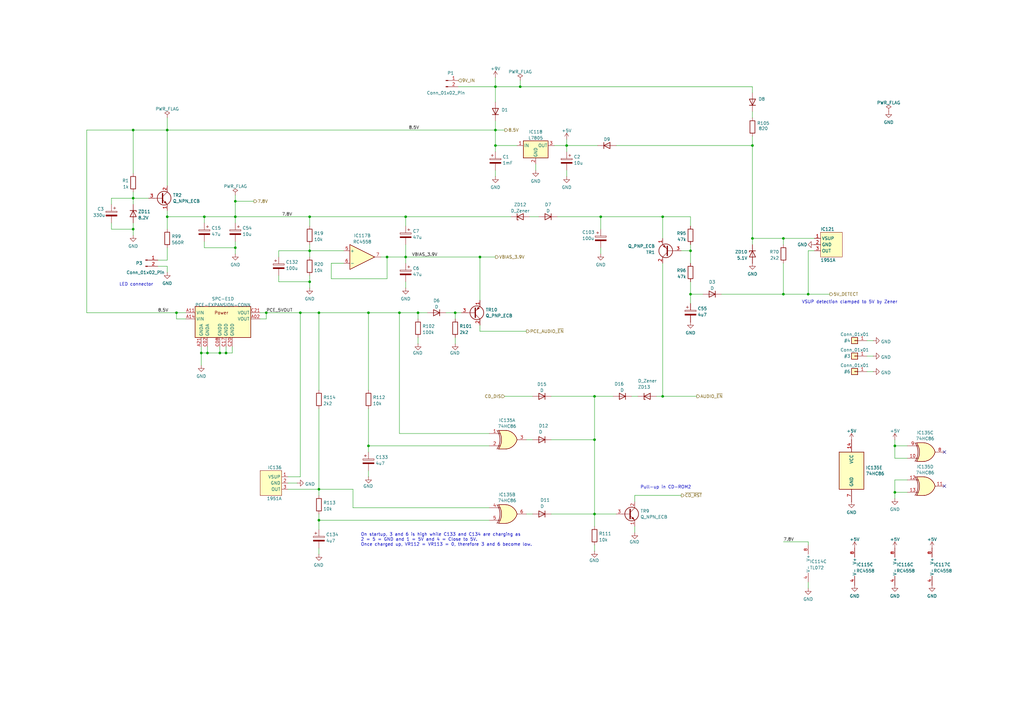
<source format=kicad_sch>
(kicad_sch (version 20250114) (generator "eeschema") (generator_version "9.0")
  (paper "A3")
  (title_block (title "NEC PC-Engine IFU-30 Main PCB") (date "2025-05-12") (rev "0.3") (company "Polykubos") (comment 1 "Author: Regis Galland") (comment 2 "NEC IFU-30 PCB reverse engineered schematics"))
  (lib_symbols
    (symbol "74xx:74HC86" (pin_names (offset 1.016))
      (property "Reference" "U" (at 0 1.27 0))
      (property "Value" "74HC86" (at 0 -1.27 0))
      (symbol "74HC86_1_0"
        (pin input line (at -7.62 2.54 0) (length 4.445) (name "~") (number "1"))
        (pin input line (at -7.62 -2.54 0) (length 4.445) (name "~") (number "2"))
        (pin output line (at 7.62 0 180) (length 3.81) (name "~") (number "3"))
      )
      (symbol "74HC86_2_0"
        (pin input line (at -7.62 2.54 0) (length 4.445) (name "~") (number "4"))
        (pin input line (at -7.62 -2.54 0) (length 4.445) (name "~") (number "5"))
        (pin output line (at 7.62 0 180) (length 3.81) (name "~") (number "6"))
      )
      (symbol "74HC86_3_0"
        (pin input line (at -7.62 2.54 0) (length 4.445) (name "~") (number "9"))
        (pin input line (at -7.62 -2.54 0) (length 4.445) (name "~") (number "10"))
        (pin output line (at 7.62 0 180) (length 3.81) (name "~") (number "8"))
      )
      (symbol "74HC86_4_0"
        (pin input line (at -7.62 2.54 0) (length 4.445) (name "~") (number "12"))
        (pin input line (at -7.62 -2.54 0) (length 4.445) (name "~") (number "13"))
        (pin output line (at 7.62 0 180) (length 3.81) (name "~") (number "11"))
      )
      (symbol "74HC86_5_0"
        (pin power_in line (at 0 12.7 270) (length 5.08) (name "VCC") (number "14"))
        (pin power_in line (at 0 -12.7 90) (length 5.08) (name "GND") (number "7"))
      )
    )
    (symbol "Amplifier_Operational:RC4558" (pin_names (offset 0.127))
      (property "Reference" "U" (at 0 5.08 0))
      (property "Value" "RC4558" (at 0 -5.08 0))
      (symbol "RC4558_1_1"
        (pin input line (at -7.62 2.54 0) (length 2.54) (name "+") (number "3"))
        (pin input line (at -7.62 -2.54 0) (length 2.54) (name "-") (number "2"))
        (pin output line (at 7.62 0 180) (length 2.54) (name "~") (number "1"))
      )
      (symbol "RC4558_2_1"
        (pin input line (at -7.62 2.54 0) (length 2.54) (name "+") (number "5"))
        (pin input line (at -7.62 -2.54 0) (length 2.54) (name "-") (number "6"))
        (pin output line (at 7.62 0 180) (length 2.54) (name "~") (number "7"))
      )
      (symbol "RC4558_3_1"
        (pin power_in line (at -2.54 7.62 270) (length 3.81) (name "V+") (number "8"))
        (pin power_in line (at -2.54 -7.62 90) (length 3.81) (name "V-") (number "4"))
      )
    )
    (symbol "Amplifier_Operational:TL072" (pin_names (offset 0.127))
      (property "Reference" "U" (at 0 5.08 0))
      (property "Value" "TL072" (at 0 -5.08 0))
      (symbol "TL072_1_1"
        (pin input line (at -7.62 2.54 0) (length 2.54) (name "+") (number "3"))
        (pin input line (at -7.62 -2.54 0) (length 2.54) (name "-") (number "2"))
        (pin output line (at 7.62 0 180) (length 2.54) (name "~") (number "1"))
      )
      (symbol "TL072_2_1"
        (pin input line (at -7.62 2.54 0) (length 2.54) (name "+") (number "5"))
        (pin input line (at -7.62 -2.54 0) (length 2.54) (name "-") (number "6"))
        (pin output line (at 7.62 0 180) (length 2.54) (name "~") (number "7"))
      )
      (symbol "TL072_3_1"
        (pin power_in line (at -2.54 7.62 270) (length 3.81) (name "V+") (number "8"))
        (pin power_in line (at -2.54 -7.62 90) (length 3.81) (name "V-") (number "4"))
      )
    )
    (symbol "Connector:Conn_01x02_Pin" (pin_names (offset 1.016) (hide yes))
      (property "Reference" "J" (at 0 2.54 0))
      (property "Value" "Conn_01x02_Pin" (at 0 -5.08 0))
      (symbol "Conn_01x02_Pin_1_1"
        (pin passive line (at 5.08 0 180) (length 3.81) (name "Pin_1") (number "1"))
        (pin passive line (at 5.08 -2.54 180) (length 3.81) (name "Pin_2") (number "2"))
      )
    )
    (symbol "Connector_Generic:Conn_01x01" (pin_names (offset 1.016) (hide yes))
      (property "Reference" "J" (at 0 2.54 0))
      (property "Value" "Conn_01x01" (at 0 -2.54 0))
      (symbol "Conn_01x01_1_1"
        (pin passive line (at -5.08 0 0) (length 3.81) (name "Pin_1") (number "1"))
      )
    )
    (symbol "Device:C_Polarized" (pin_numbers (hide yes)) (pin_names (offset 0.254))
      (property "Reference" "C" (at 0.635 2.54 0))
      (property "Value" "C_Polarized" (at 0.635 -2.54 0))
      (symbol "C_Polarized_1_1"
        (pin passive line (at 0 3.81 270) (length 2.794) (name "~") (number "1"))
        (pin passive line (at 0 -3.81 90) (length 2.794) (name "~") (number "2"))
      )
    )
    (symbol "Device:D" (pin_numbers (hide yes)) (pin_names (offset 1.016) (hide yes))
      (property "Reference" "D" (at 0 2.54 0))
      (property "Value" "D" (at 0 -2.54 0))
      (symbol "D_1_1"
        (pin passive line (at -3.81 0 0) (length 2.54) (name "K") (number "1"))
        (pin passive line (at 3.81 0 180) (length 2.54) (name "A") (number "2"))
      )
    )
    (symbol "Device:D_Zener" (pin_numbers (hide yes)) (pin_names (offset 1.016) (hide yes))
      (property "Reference" "D" (at 0 2.54 0))
      (property "Value" "D_Zener" (at 0 -2.54 0))
      (symbol "D_Zener_1_1"
        (pin passive line (at -3.81 0 0) (length 2.54) (name "K") (number "1"))
        (pin passive line (at 3.81 0 180) (length 2.54) (name "A") (number "2"))
      )
    )
    (symbol "Device:R" (pin_numbers (hide yes)) (pin_names (offset 0))
      (property "Reference" "R" (at 2.032 0 90))
      (property "Value" "R" (at 0 0 90))
      (symbol "R_1_1"
        (pin passive line (at 0 3.81 270) (length 1.27) (name "~") (number "1"))
        (pin passive line (at 0 -3.81 90) (length 1.27) (name "~") (number "2"))
      )
    )
    (symbol "IFU-30:1951A"
      (property "Reference" "IC" (at 3.175 3.81 0))
      (property "Value" "1951A" (at 6.985 -8.89 0))
      (symbol "1951A_1_1"
        (pin passive line (at 0 0 0) (length 2.54) (name "VSUP") (number "1"))
        (pin passive line (at 0 -2.54 0) (length 2.54) (name "GND") (number "2"))
        (pin passive line (at 0 -5.08 0) (length 2.54) (name "OUT") (number "3"))
      )
    )
    (symbol "IFU-30:PCE-EXPANSION-CONN"
      (property "Reference" "SPC-E" (at 7.874 3.81 0))
      (property "Value" "PCE-EXPANSION-CONN" (at 7.874 5.715 0))
      (symbol "PCE-EXPANSION-CONN_1_1"
        (text "Address Bus" (at 10.16 -24.892 900) (effects (font (size 1.27 1.27))))
        (pin passive line (at 0 0 0) (length 3.81) (name "A0") (number "B12"))
        (pin passive line (at 0 -2.54 0) (length 3.81) (name "A1") (number "C13"))
        (pin passive line (at 0 -5.08 0) (length 3.81) (name "A2") (number "B13"))
        (pin passive line (at 0 -7.62 0) (length 3.81) (name "A3") (number "C14"))
        (pin passive line (at 0 -10.16 0) (length 3.81) (name "A4") (number "C15"))
        (pin passive line (at 0 -12.7 0) (length 3.81) (name "A5") (number "B15"))
        (pin passive line (at 0 -15.24 0) (length 3.81) (name "A6") (number "C16"))
        (pin passive line (at 0 -17.78 0) (length 3.81) (name "A7") (number "B16"))
        (pin passive line (at 0 -20.32 0) (length 3.81) (name "A8") (number "B06"))
        (pin passive line (at 0 -22.86 0) (length 3.81) (name "A9") (number "A06"))
        (pin passive line (at 0 -25.4 0) (length 3.81) (name "A10") (number "A07"))
        (pin passive line (at 0 -27.94 0) (length 3.81) (name "A11") (number "C07"))
        (pin passive line (at 0 -30.48 0) (length 3.81) (name "A12") (number "B17"))
        (pin passive line (at 0 -33.02 0) (length 3.81) (name "A13") (number "C06"))
        (pin passive line (at 0 -35.56 0) (length 3.81) (name "A14") (number "A05"))
        (pin passive line (at 0 -38.1 0) (length 3.81) (name "A15") (number "C18"))
        (pin passive line (at 0 -40.64 0) (length 3.81) (name "A16") (number "B18"))
        (pin passive line (at 0 -43.18 0) (length 3.81) (name "A17") (number "C05"))
        (pin passive line (at 0 -45.72 0) (length 3.81) (name "A18") (number "A04"))
        (pin passive line (at 0 -48.26 0) (length 3.81) (name "A19") (number "C19"))
        (pin passive line (at 0 -50.8 0) (length 3.81) (name "A20") (number "B19"))
      )
      (symbol "PCE-EXPANSION-CONN_2_1"
        (pin passive line (at 0 0 0) (length 3.81) (name "SNDL") (number "A01"))
        (pin passive line (at 0 -2.54 0) (length 3.81) (name "SNDIN") (number "B01"))
        (pin passive line (at 0 -5.08 0) (length 3.81) (name "SNDR") (number "C01"))
        (pin passive line (at 0 -7.62 0) (length 3.81) (name "VID") (number "A22"))
      )
      (symbol "PCE-EXPANSION-CONN_3_0"
        (text "Data Bus + Control Signals" (at 10.414 -16.002 900) (effects (font (size 1.27 1.27))))
      )
      (symbol "PCE-EXPANSION-CONN_3_1"
        (pin passive line (at 0 0 0) (length 3.81) (name "WR") (number "B04"))
        (pin passive line (at 0 -2.54 0) (length 3.81) (name "RD") (number "B07"))
        (pin passive line (at 0 -6.35 0) (length 3.81) (name "D0") (number "B08"))
        (pin passive line (at 0 -8.89 0) (length 3.81) (name "D1") (number "A08"))
        (pin passive line (at 0 -11.43 0) (length 3.81) (name "D2") (number "C09"))
        (pin passive line (at 0 -13.97 0) (length 3.81) (name "D3") (number "B09"))
        (pin passive line (at 0 -16.51 0) (length 3.81) (name "D4") (number "C10"))
        (pin passive line (at 0 -19.05 0) (length 3.81) (name "D5") (number "B10"))
        (pin passive line (at 0 -21.59 0) (length 3.81) (name "D6") (number "C11"))
        (pin passive line (at 0 -24.13 0) (length 3.81) (name "D7") (number "C12"))
        (pin passive line (at 0 -30.48 0) (length 3.81) (name "IRQ2") (number "B21"))
        (pin passive line (at 0 -33.02 0) (length 3.81) (name "XB") (number "B02"))
      )
      (symbol "PCE-EXPANSION-CONN_4_0"
        (text "Power" (at 14.605 0 0) (effects (font (size 1.27 1.27))))
      )
      (symbol "PCE-EXPANSION-CONN_4_1"
        (pin passive line (at 0 0 0) (length 3.81) (name "VIN") (number "A11"))
        (pin passive line (at 0 -2.54 0) (length 3.81) (name "VIN") (number "A14"))
        (pin passive line (at 6.35 -13.97 90) (length 3.81) (name "GNDA") (number "A21"))
        (pin passive line (at 8.89 -13.97 90) (length 3.81) (name "GNDA") (number "C02"))
        (pin passive line (at 13.97 -13.97 90) (length 3.81) (name "GNDD") (number "C08"))
        (pin passive line (at 16.51 -13.97 90) (length 3.81) (name "GNDD") (number "C17"))
        (pin passive line (at 19.05 -13.97 90) (length 3.81) (name "GNDD") (number "C20"))
        (pin passive line (at 30.48 0 180) (length 3.81) (name "VOUT") (number "C21"))
        (pin passive line (at 30.48 -2.54 180) (length 3.81) (name "VOUT") (number "A02"))
      )
      (symbol "PCE-EXPANSION-CONN_5_1"
        (text "Unused Conenctions" (at 12.7 -32.385 900) (effects (font (size 1.27 1.27))))
        (pin passive line (at 0 0 0) (length 3.81) (name "CESEL") (number "A03"))
        (pin passive line (at 0 -2.54 0) (length 3.81) (name "SPBG") (number "A12"))
        (pin passive line (at 0 -5.08 0) (length 3.81) (name "VD7") (number "A13"))
        (pin passive line (at 0 -7.62 0) (length 3.81) (name "VD6") (number "B14"))
        (pin passive line (at 0 -10.16 0) (length 3.81) (name "VD5") (number "A15"))
        (pin passive line (at 0 -12.7 0) (length 3.81) (name "VD4") (number "A16"))
        (pin passive line (at 0 -15.24 0) (length 3.81) (name "VD3") (number "A17"))
        (pin passive line (at 0 -17.78 0) (length 3.81) (name "VD2") (number "A18"))
        (pin passive line (at 0 -20.32 0) (length 3.81) (name "VD1") (number "A19"))
        (pin passive line (at 0 -22.86 0) (length 3.81) (name "VD0") (number "A20"))
        (pin passive line (at 0 -25.4 0) (length 3.81) (name "DCK") (number "A09"))
        (pin passive line (at 0 -27.94 0) (length 3.81) (name "VSYNC") (number "A10"))
        (pin passive line (at 0 -30.48 0) (length 3.81) (name "HSYNC") (number "B11"))
        (pin passive line (at 0 -33.02 0) (length 3.81) (name "XCEK") (number "C04"))
        (pin passive line (at 0 -35.56 0) (length 3.81) (name "RDY") (number "B20"))
        (pin passive line (at 0 -43.18 0) (length 3.81) (name "SYNCV") (number "C22"))
        (pin passive line (at 0 -45.72 0) (length 3.81) (name "VIDEOG") (number "B23"))
        (pin passive line (at 0 -48.26 0) (length 3.81) (name "VIDEOB") (number "C23"))
        (pin passive line (at 0 -50.8 0) (length 3.81) (name "VIDEOR") (number "A23"))
        (pin passive line (at 0 -58.42 0) (length 3.81) (name "HSM") (number "B03"))
        (pin passive line (at 0 -60.96 0) (length 3.81) (name "XNMI") (number "B05"))
        (pin passive line (at 0 -63.5 0) (length 3.81) (name "XRESET") (number "B22"))
        (pin passive line (at 0 -66.04 0) (length 3.81) (name "XCARD") (number "C03"))
      )
    )
    (symbol "Regulator_Linear:L7805" (pin_names (offset 0.254))
      (property "Reference" "U" (at -3.81 3.175 0))
      (property "Value" "L7805" (at 0 3.175 0))
      (symbol "L7805_1_1"
        (pin power_in line (at -7.62 0 0) (length 2.54) (name "IN") (number "1"))
        (pin power_in line (at 0 -7.62 90) (length 2.54) (name "GND") (number "2"))
        (pin power_out line (at 7.62 0 180) (length 2.54) (name "OUT") (number "3"))
      )
    )
    (symbol "Transistor_BJT:Q_NPN_ECB" (pin_names (offset 0) (hide yes))
      (property "Reference" "Q" (at 5.08 1.27 0))
      (property "Value" "Q_NPN_ECB" (at 5.08 -1.27 0))
      (symbol "Q_NPN_ECB_1_1"
        (pin input line (at -5.08 0 0) (length 2.54) (name "B") (number "3"))
        (pin passive line (at 2.54 5.08 270) (length 2.54) (name "C") (number "2"))
        (pin passive line (at 2.54 -5.08 90) (length 2.54) (name "E") (number "1"))
      )
    )
    (symbol "Transistor_BJT:Q_PNP_ECB" (pin_names (offset 0) (hide yes))
      (property "Reference" "Q" (at 5.08 1.27 0))
      (property "Value" "Q_PNP_ECB" (at 5.08 -1.27 0))
      (symbol "Q_PNP_ECB_1_1"
        (pin input line (at -5.08 0 0) (length 2.54) (name "B") (number "3"))
        (pin passive line (at 2.54 5.08 270) (length 2.54) (name "C") (number "2"))
        (pin passive line (at 2.54 -5.08 90) (length 2.54) (name "E") (number "1"))
      )
    )
    (symbol "power:+5V" (power) (pin_numbers (hide yes)) (pin_names (offset 0) (hide yes))
      (property "Value" "+5V" (at 0 3.556 0))
      (symbol "+5V_1_1"
        (pin power_in line (at 0 0 90) (length 0) (name "~") (number "1"))
      )
    )
    (symbol "power:+9V" (power) (pin_numbers (hide yes)) (pin_names (offset 0) (hide yes))
      (property "Value" "+9V" (at 0 3.556 0))
      (symbol "+9V_1_1"
        (pin power_in line (at 0 0 90) (length 0) (name "~") (number "1"))
      )
    )
    (symbol "power:GND" (power) (pin_numbers (hide yes)) (pin_names (offset 0) (hide yes))
      (property "Value" "GND" (at 0 -3.81 0))
      (symbol "GND_1_1"
        (pin power_in line (at 0 0 270) (length 0) (name "~") (number "1"))
      )
    )
    (symbol "power:PWR_FLAG" (power) (pin_numbers (hide yes)) (pin_names (offset 0) (hide yes))
      (property "Value" "PWR_FLAG" (at 0 3.81 0))
      (symbol "PWR_FLAG_0_0"
        (pin power_out line (at 0 0 90) (length 0) (name "~") (number "1"))
      )
    )
  )
  (text "LED connector" (at 62.865 117.475 0) (effects (font (size 1.27 1.27)) (justify right bottom)))
  (text "VSUP detection clamped to 5V by Zener" (at 348.488 123.952 0) (effects (font (size 1.27 1.27))))
  (text "On startup, 3 and 6 is high while C133 and C134 are charging as\n2 = 5 = GND and 1 = 5V and 4 = Close to 5V.\nOnce charged up, VR112 = VR113 = 0, therefore 3 and 6 become low. " (at 147.955 224.155 0) (effects (font (size 1.27 1.27)) (justify left bottom)))
  (text "Pull-up in CD-ROM2" (at 273.05 199.898 0) (effects (font (size 1.27 1.27))))
  (junction (at 123.19 128.27))
  (junction (at 283.21 120.65))
  (junction (at 213.36 35.56))
  (junction (at 186.69 128.27))
  (junction (at 85.09 144.78))
  (junction (at 54.61 93.98))
  (junction (at 130.81 200.66))
  (junction (at 243.84 210.82))
  (junction (at 151.13 182.88))
  (junction (at 308.61 97.79))
  (junction (at 203.2 59.69))
  (junction (at 83.82 88.9))
  (junction (at 158.75 105.41))
  (junction (at 203.2 53.34))
  (junction (at 163.83 128.27))
  (junction (at 271.78 162.56))
  (junction (at 127 88.9))
  (junction (at 171.45 128.27))
  (junction (at 109.22 128.27))
  (junction (at 243.84 162.56))
  (junction (at 321.31 97.79))
  (junction (at 96.52 82.55))
  (junction (at 127 102.87))
  (junction (at 283.21 102.87))
  (junction (at 246.38 88.9))
  (junction (at 151.13 128.27))
  (junction (at 82.55 144.78))
  (junction (at 196.85 105.41))
  (junction (at 90.17 144.78))
  (junction (at 271.78 88.9))
  (junction (at 130.81 128.27))
  (junction (at 166.37 88.9))
  (junction (at 331.47 120.65))
  (junction (at 203.2 35.56))
  (junction (at 308.61 59.69))
  (junction (at 232.41 59.69))
  (junction (at 166.37 105.41))
  (junction (at 367.03 201.93))
  (junction (at 68.58 88.9))
  (junction (at 72.39 128.27))
  (junction (at 127 115.57))
  (junction (at 321.31 120.65))
  (junction (at 243.84 180.34))
  (junction (at 92.71 144.78))
  (junction (at 367.03 182.88))
  (junction (at 96.52 88.9))
  (junction (at 54.61 81.28))
  (junction (at 54.61 53.34))
  (junction (at 130.81 213.36))
  (junction (at 68.58 53.34))
  (junction (at 96.52 101.6))
  (no_connect (at 387.35 185.42))
  (no_connect (at 387.35 199.39))
  (wire (pts (xy 83.82 101.6) (xy 83.82 99.06)))
  (wire (pts (xy 232.41 59.69) (xy 232.41 62.23)))
  (wire (pts (xy 367.03 182.88) (xy 367.03 180.34)))
  (wire (pts (xy 372.11 196.85) (xy 367.03 196.85)))
  (wire (pts (xy 166.37 105.41) (xy 166.37 107.95)))
  (wire (pts (xy 166.37 88.9) (xy 209.55 88.9)))
  (wire (pts (xy 83.82 88.9) (xy 96.52 88.9)))
  (wire (pts (xy 163.83 177.8) (xy 200.66 177.8)))
  (wire (pts (xy 68.58 109.22) (xy 64.77 109.22)))
  (wire (pts (xy 213.36 35.56) (xy 308.61 35.56)))
  (wire (pts (xy 163.83 128.27) (xy 171.45 128.27)))
  (wire (pts (xy 127 115.57) (xy 114.3 115.57)))
  (wire (pts (xy 127 100.33) (xy 127 102.87)))
  (wire (pts (xy 127 88.9) (xy 166.37 88.9)))
  (wire (pts (xy 151.13 195.58) (xy 151.13 193.04)))
  (wire (pts (xy 243.84 180.34) (xy 243.84 210.82)))
  (wire (pts (xy 203.2 59.69) (xy 203.2 62.23)))
  (wire (pts (xy 135.89 114.3) (xy 158.75 114.3)))
  (wire (pts (xy 45.72 91.44) (xy 45.72 93.98)))
  (wire (pts (xy 130.81 200.66) (xy 130.81 203.2)))
  (wire (pts (xy 76.2 130.81) (xy 72.39 130.81)))
  (wire (pts (xy 367.03 196.85) (xy 367.03 201.93)))
  (wire (pts (xy 203.2 35.56) (xy 203.2 41.91)))
  (wire (pts (xy 130.81 128.27) (xy 151.13 128.27)))
  (wire (pts (xy 308.61 45.72) (xy 308.61 48.26)))
  (wire (pts (xy 90.17 144.78) (xy 92.71 144.78)))
  (wire (pts (xy 45.72 81.28) (xy 45.72 83.82)))
  (wire (pts (xy 151.13 185.42) (xy 151.13 182.88)))
  (wire (pts (xy 246.38 101.6) (xy 246.38 104.14)))
  (wire (pts (xy 260.35 205.74) (xy 260.35 203.2)))
  (wire (pts (xy 54.61 81.28) (xy 45.72 81.28)))
  (wire (pts (xy 367.03 182.88) (xy 372.11 182.88)))
  (wire (pts (xy 158.75 105.41) (xy 166.37 105.41)))
  (wire (pts (xy 321.31 107.95) (xy 321.31 120.65)))
  (wire (pts (xy 130.81 200.66) (xy 144.78 200.66)))
  (wire (pts (xy 96.52 82.55) (xy 96.52 88.9)))
  (wire (pts (xy 144.78 208.28) (xy 200.66 208.28)))
  (wire (pts (xy 271.78 162.56) (xy 285.75 162.56)))
  (wire (pts (xy 35.56 128.27) (xy 72.39 128.27)))
  (wire (pts (xy 151.13 182.88) (xy 200.66 182.88)))
  (wire (pts (xy 68.58 86.36) (xy 68.58 88.9)))
  (wire (pts (xy 308.61 100.33) (xy 308.61 97.79)))
  (wire (pts (xy 367.03 187.96) (xy 367.03 182.88)))
  (wire (pts (xy 367.03 201.93) (xy 367.03 204.47)))
  (wire (pts (xy 283.21 88.9) (xy 283.21 92.71)))
  (wire (pts (xy 334.01 97.79) (xy 321.31 97.79)))
  (wire (pts (xy 54.61 53.34) (xy 54.61 71.12)))
  (wire (pts (xy 114.3 115.57) (xy 114.3 113.03)))
  (wire (pts (xy 109.22 130.81) (xy 109.22 128.27)))
  (wire (pts (xy 283.21 102.87) (xy 283.21 107.95)))
  (wire (pts (xy 308.61 35.56) (xy 308.61 38.1)))
  (wire (pts (xy 151.13 128.27) (xy 151.13 160.02)))
  (wire (pts (xy 243.84 162.56) (xy 243.84 180.34)))
  (wire (pts (xy 308.61 59.69) (xy 308.61 97.79)))
  (wire (pts (xy 232.41 59.69) (xy 245.11 59.69)))
  (wire (pts (xy 279.4 102.87) (xy 283.21 102.87)))
  (wire (pts (xy 226.06 210.82) (xy 243.84 210.82)))
  (wire (pts (xy 182.88 128.27) (xy 186.69 128.27)))
  (wire (pts (xy 92.71 142.24) (xy 92.71 144.78)))
  (wire (pts (xy 114.3 102.87) (xy 114.3 105.41)))
  (wire (pts (xy 166.37 100.33) (xy 166.37 105.41)))
  (wire (pts (xy 252.73 59.69) (xy 308.61 59.69)))
  (wire (pts (xy 331.47 102.87) (xy 334.01 102.87)))
  (wire (pts (xy 96.52 99.06) (xy 96.52 101.6)))
  (wire (pts (xy 96.52 101.6) (xy 96.52 104.14)))
  (wire (pts (xy 96.52 88.9) (xy 96.52 91.44)))
  (wire (pts (xy 321.31 100.33) (xy 321.31 97.79)))
  (wire (pts (xy 355.6 146.05) (xy 358.14 146.05)))
  (wire (pts (xy 243.84 223.52) (xy 243.84 226.06)))
  (wire (pts (xy 135.89 107.95) (xy 135.89 114.3)))
  (wire (pts (xy 295.91 120.65) (xy 321.31 120.65)))
  (wire (pts (xy 271.78 88.9) (xy 271.78 97.79)))
  (wire (pts (xy 68.58 88.9) (xy 83.82 88.9)))
  (wire (pts (xy 82.55 142.24) (xy 82.55 144.78)))
  (wire (pts (xy 355.6 139.7) (xy 358.14 139.7)))
  (wire (pts (xy 83.82 88.9) (xy 83.82 91.44)))
  (wire (pts (xy 68.58 109.22) (xy 68.58 111.76)))
  (wire (pts (xy 203.2 53.34) (xy 207.01 53.34)))
  (wire (pts (xy 54.61 96.52) (xy 54.61 93.98)))
  (wire (pts (xy 355.6 152.4) (xy 358.14 152.4)))
  (wire (pts (xy 243.84 162.56) (xy 251.46 162.56)))
  (wire (pts (xy 166.37 88.9) (xy 166.37 92.71)))
  (wire (pts (xy 83.82 101.6) (xy 96.52 101.6)))
  (wire (pts (xy 331.47 238.76) (xy 331.47 241.3)))
  (wire (pts (xy 68.58 101.6) (xy 68.58 106.68)))
  (wire (pts (xy 203.2 35.56) (xy 213.36 35.56)))
  (wire (pts (xy 226.06 180.34) (xy 243.84 180.34)))
  (wire (pts (xy 203.2 72.39) (xy 203.2 69.85)))
  (wire (pts (xy 82.55 144.78) (xy 85.09 144.78)))
  (wire (pts (xy 68.58 53.34) (xy 68.58 76.2)))
  (wire (pts (xy 118.11 200.66) (xy 130.81 200.66)))
  (wire (pts (xy 196.85 135.89) (xy 215.9 135.89)))
  (wire (pts (xy 96.52 82.55) (xy 104.14 82.55)))
  (wire (pts (xy 60.96 81.28) (xy 54.61 81.28)))
  (wire (pts (xy 269.24 162.56) (xy 271.78 162.56)))
  (wire (pts (xy 158.75 114.3) (xy 158.75 105.41)))
  (wire (pts (xy 109.22 128.27) (xy 123.19 128.27)))
  (wire (pts (xy 163.83 128.27) (xy 163.83 177.8)))
  (wire (pts (xy 228.6 88.9) (xy 246.38 88.9)))
  (wire (pts (xy 171.45 128.27) (xy 171.45 130.81)))
  (wire (pts (xy 151.13 128.27) (xy 163.83 128.27)))
  (wire (pts (xy 123.19 128.27) (xy 130.81 128.27)))
  (wire (pts (xy 331.47 222.25) (xy 321.31 222.25)))
  (wire (pts (xy 127 102.87) (xy 114.3 102.87)))
  (wire (pts (xy 203.2 35.56) (xy 187.96 35.56)))
  (wire (pts (xy 151.13 167.64) (xy 151.13 182.88)))
  (wire (pts (xy 68.58 48.26) (xy 68.58 53.34)))
  (wire (pts (xy 260.35 215.9) (xy 260.35 218.44)))
  (wire (pts (xy 196.85 123.19) (xy 196.85 105.41)))
  (wire (pts (xy 232.41 69.85) (xy 232.41 72.39)))
  (wire (pts (xy 140.97 102.87) (xy 127 102.87)))
  (wire (pts (xy 271.78 107.95) (xy 271.78 162.56)))
  (wire (pts (xy 308.61 55.88) (xy 308.61 59.69)))
  (wire (pts (xy 171.45 128.27) (xy 175.26 128.27)))
  (wire (pts (xy 367.03 201.93) (xy 372.11 201.93)))
  (wire (pts (xy 271.78 88.9) (xy 283.21 88.9)))
  (wire (pts (xy 54.61 91.44) (xy 54.61 93.98)))
  (wire (pts (xy 130.81 213.36) (xy 200.66 213.36)))
  (wire (pts (xy 130.81 213.36) (xy 130.81 217.17)))
  (wire (pts (xy 166.37 115.57) (xy 166.37 118.11)))
  (wire (pts (xy 96.52 80.01) (xy 96.52 82.55)))
  (wire (pts (xy 203.2 53.34) (xy 203.2 59.69)))
  (wire (pts (xy 196.85 105.41) (xy 203.2 105.41)))
  (wire (pts (xy 232.41 57.15) (xy 232.41 59.69)))
  (wire (pts (xy 54.61 53.34) (xy 35.56 53.34)))
  (wire (pts (xy 127 102.87) (xy 127 105.41)))
  (wire (pts (xy 127 113.03) (xy 127 115.57)))
  (wire (pts (xy 261.62 162.56) (xy 259.08 162.56)))
  (wire (pts (xy 186.69 128.27) (xy 186.69 130.81)))
  (wire (pts (xy 218.44 162.56) (xy 207.01 162.56)))
  (wire (pts (xy 127 118.11) (xy 127 115.57)))
  (wire (pts (xy 321.31 97.79) (xy 308.61 97.79)))
  (wire (pts (xy 123.19 195.58) (xy 123.19 128.27)))
  (wire (pts (xy 54.61 81.28) (xy 54.61 83.82)))
  (wire (pts (xy 243.84 210.82) (xy 252.73 210.82)))
  (wire (pts (xy 331.47 222.25) (xy 331.47 223.52)))
  (wire (pts (xy 140.97 107.95) (xy 135.89 107.95)))
  (wire (pts (xy 203.2 31.75) (xy 203.2 35.56)))
  (wire (pts (xy 90.17 142.24) (xy 90.17 144.78)))
  (wire (pts (xy 271.78 88.9) (xy 246.38 88.9)))
  (wire (pts (xy 96.52 88.9) (xy 127 88.9)))
  (wire (pts (xy 331.47 102.87) (xy 331.47 120.65)))
  (wire (pts (xy 283.21 115.57) (xy 283.21 120.65)))
  (wire (pts (xy 372.11 187.96) (xy 367.03 187.96)))
  (wire (pts (xy 130.81 128.27) (xy 130.81 160.02)))
  (wire (pts (xy 54.61 53.34) (xy 68.58 53.34)))
  (wire (pts (xy 130.81 167.64) (xy 130.81 200.66)))
  (wire (pts (xy 203.2 49.53) (xy 203.2 53.34)))
  (wire (pts (xy 106.68 130.81) (xy 109.22 130.81)))
  (wire (pts (xy 260.35 203.2) (xy 279.4 203.2)))
  (wire (pts (xy 166.37 105.41) (xy 196.85 105.41)))
  (wire (pts (xy 35.56 53.34) (xy 35.56 128.27)))
  (wire (pts (xy 85.09 144.78) (xy 90.17 144.78)))
  (wire (pts (xy 54.61 78.74) (xy 54.61 81.28)))
  (wire (pts (xy 189.23 128.27) (xy 186.69 128.27)))
  (wire (pts (xy 232.41 59.69) (xy 227.33 59.69)))
  (wire (pts (xy 196.85 133.35) (xy 196.85 135.89)))
  (wire (pts (xy 215.9 210.82) (xy 218.44 210.82)))
  (wire (pts (xy 220.98 88.9) (xy 217.17 88.9)))
  (wire (pts (xy 118.11 195.58) (xy 123.19 195.58)))
  (wire (pts (xy 64.77 106.68) (xy 68.58 106.68)))
  (wire (pts (xy 130.81 210.82) (xy 130.81 213.36)))
  (wire (pts (xy 283.21 120.65) (xy 283.21 124.46)))
  (wire (pts (xy 144.78 208.28) (xy 144.78 200.66)))
  (wire (pts (xy 156.21 105.41) (xy 158.75 105.41)))
  (wire (pts (xy 68.58 88.9) (xy 68.58 93.98)))
  (wire (pts (xy 203.2 59.69) (xy 212.09 59.69)))
  (wire (pts (xy 85.09 142.24) (xy 85.09 144.78)))
  (wire (pts (xy 246.38 88.9) (xy 246.38 93.98)))
  (wire (pts (xy 127 88.9) (xy 127 92.71)))
  (wire (pts (xy 72.39 130.81) (xy 72.39 128.27)))
  (wire (pts (xy 243.84 162.56) (xy 226.06 162.56)))
  (wire (pts (xy 215.9 180.34) (xy 218.44 180.34)))
  (wire (pts (xy 171.45 140.97) (xy 171.45 138.43)))
  (wire (pts (xy 130.81 227.33) (xy 130.81 224.79)))
  (wire (pts (xy 331.47 120.65) (xy 321.31 120.65)))
  (wire (pts (xy 186.69 140.97) (xy 186.69 138.43)))
  (wire (pts (xy 331.47 120.65) (xy 340.36 120.65)))
  (wire (pts (xy 283.21 120.65) (xy 288.29 120.65)))
  (wire (pts (xy 213.36 33.02) (xy 213.36 35.56)))
  (wire (pts (xy 283.21 100.33) (xy 283.21 102.87)))
  (wire (pts (xy 92.71 144.78) (xy 95.25 144.78)))
  (wire (pts (xy 72.39 128.27) (xy 76.2 128.27)))
  (wire (pts (xy 219.71 67.31) (xy 219.71 69.85)))
  (wire (pts (xy 106.68 128.27) (xy 109.22 128.27)))
  (wire (pts (xy 118.11 198.12) (xy 121.92 198.12)))
  (wire (pts (xy 95.25 142.24) (xy 95.25 144.78)))
  (wire (pts (xy 68.58 53.34) (xy 203.2 53.34)))
  (wire (pts (xy 45.72 93.98) (xy 54.61 93.98)))
  (wire (pts (xy 243.84 210.82) (xy 243.84 215.9)))
  (wire (pts (xy 82.55 144.78) (xy 82.55 149.86)))
  (label "8.5V" (at 167.64 53.34 0))
  (label "8.5V" (at 64.77 128.27 0))
  (label "7.8V" (at 321.31 222.25 0))
  (label "PCE_5VOUT" (at 109.22 128.27 0))
  (label "VBIAS_3.9V" (at 168.91 105.41 0))
  (label "7.8V" (at 115.57 88.9 0))
  (hierarchical_label "7.8V" (shape output) (at 104.14 82.55 0))
  (hierarchical_label "5V_DETECT" (shape output) (at 340.36 120.65 0))
  (hierarchical_label "AUDIO_~{EN}" (shape output) (at 285.75 162.56 0))
  (hierarchical_label "PCE_AUDIO_~{EN}" (shape output) (at 215.9 135.89 0))
  (hierarchical_label "8.5V" (shape output) (at 207.01 53.34 0))
  (hierarchical_label "CD_DIS" (shape input) (at 207.01 162.56 180))
  (hierarchical_label "~{CD_RST}" (shape output) (at 279.4 203.2 0))
  (hierarchical_label "9V_IN" (shape input) (at 187.96 33.02 0))
  (hierarchical_label "VBIAS_3.9V" (shape output) (at 203.2 105.41 0))
  (symbol (lib_id "Device:R") (at 130.81 163.83 180) (unit 1)
    (property "Reference" "R114" (at 132.588 162.9953 0) (effects (justify right)))
    (property "Value" "2k2" (at 132.588 165.5322 0) (effects (justify right)))
    (property "Description" "Resistor" (effects (hide yes)))
  )
  (symbol (lib_id "Device:R") (at 127 109.22 0) (unit 1)
    (property "Reference" "R20" (at 128.778 108.3853 0) (effects (justify left)))
    (property "Value" "10k" (at 128.778 110.9222 0) (effects (justify left)))
    (property "Description" "Resistor" (effects (hide yes)))
  )
  (symbol (lib_id "Device:D") (at 224.79 88.9 0) (mirror y) (unit 1)
    (property "Reference" "D7" (at 224.79 83.9302 0))
    (property "Value" "D" (at 224.79 86.4671 0))
    (property "Description" "Diode" (effects (hide yes)))
    (property "Sim.Device" "D" (effects (hide yes)))
    (property "Sim.Pins" "1=K 2=A" (effects (hide yes)))
  )
  (symbol (lib_id "Device:C_Polarized") (at 246.38 97.79 0) (unit 1)
    (property "Reference" "C103" (at 238.76 95.25 0) (effects (justify left)))
    (property "Value" "100u" (at 238.76 97.7869 0) (effects (justify left)))
    (property "Description" "Polarized capacitor" (effects (hide yes)))
  )
  (symbol (lib_id "Device:R") (at 171.45 134.62 180) (unit 1)
    (property "Reference" "R102" (at 173.228 133.7853 0) (effects (justify right)))
    (property "Value" "100k" (at 173.228 136.3222 0) (effects (justify right)))
    (property "Description" "Resistor" (effects (hide yes)))
  )
  (symbol (lib_id "IFU-30:PCE-EXPANSION-CONN") (at 76.2 128.27 0) (unit 4)
    (property "Reference" "SPC-E1" (at 91.44 122.5581 0))
    (property "Value" "PCE-EXPANSION-CONN" (at 91.44 125.095 0))
    (property "Footprint" "IFU-30:PinSocket_3x23_P2.54mm_Horizontal" (effects (hide yes)))
  )
  (symbol (lib_id "power:GND") (at 243.84 226.06 0) (unit 1)
    (property "Reference" "#PWR0189" (effects (hide yes)))
    (property "Value" "GND" (at 245.745 229.87 0) (effects (justify right)))
    (property "Description" "Power symbol creates a global label with name \"GND\" , ground" (effects (hide yes)))
  )
  (symbol (lib_id "Connector_Generic:Conn_01x01") (at 350.52 139.7 180) (unit 1)
    (property "Reference" "#4" (at 347.472 139.7 0))
    (property "Value" "Conn_01x01" (at 350.52 137.16 0))
    (property "Description" "Generic connector, single row, 01x01, script generated (kicad-library-utils/schlib/autogen/connector/)" (effects (hide yes)))
  )
  (symbol (lib_id "Amplifier_Operational:RC4558") (at 353.06 232.41 0) (unit 3)
    (property "Reference" "IC115" (at 351.155 231.5753 0) (effects (justify left)))
    (property "Value" "RC4558" (at 351.155 234.1122 0) (effects (justify left)))
    (property "Datasheet" "http://www.ti.com/lit/ds/symlink/rc4558.pdf" (effects (hide yes)))
    (property "Description" "Dual General Purpose, Operational Amplifier, DIP-8/SOIC-8/SSOP-8" (effects (hide yes)))
  )
  (symbol (lib_id "Device:R") (at 283.21 111.76 0) (mirror y) (unit 1)
    (property "Reference" "R96" (at 281.432 110.9253 0) (effects (justify left)))
    (property "Value" "47k" (at 281.432 113.4622 0) (effects (justify left)))
    (property "Description" "Resistor" (effects (hide yes)))
  )
  (symbol (lib_id "power:GND") (at 96.52 104.14 0) (unit 1)
    (property "Reference" "#PWR0167" (effects (hide yes)))
    (property "Value" "GND" (at 96.52 108.5834 0))
    (property "Description" "Power symbol creates a global label with name \"GND\" , ground" (effects (hide yes)))
  )
  (symbol (lib_id "power:GND") (at 364.49 45.72 0) (unit 1)
    (property "Reference" "#PWR0224" (effects (hide yes)))
    (property "Value" "GND" (at 364.49 50.1634 0))
    (property "Description" "Power symbol creates a global label with name \"GND\" , ground" (effects (hide yes)))
  )
  (symbol (lib_id "power:GND") (at 358.14 146.05 90) (unit 1)
    (property "Reference" "#PWR0181" (effects (hide yes)))
    (property "Value" "GND" (at 361.315 146.4838 90) (effects (justify right)))
    (property "Description" "Power symbol creates a global label with name \"GND\" , ground" (effects (hide yes)))
  )
  (symbol (lib_id "Device:R") (at 283.21 96.52 0) (mirror x) (unit 1)
    (property "Reference" "R95" (at 281.432 95.6853 0) (effects (justify right)))
    (property "Value" "47k" (at 281.432 98.2222 0) (effects (justify right)))
    (property "Description" "Resistor" (effects (hide yes)))
  )
  (symbol (lib_id "Device:C_Polarized") (at 203.2 66.04 0) (unit 1)
    (property "Reference" "C1" (at 206.121 64.3163 0) (effects (justify left)))
    (property "Value" "1mF" (at 206.121 66.8532 0) (effects (justify left)))
    (property "Description" "Polarized capacitor" (effects (hide yes)))
  )
  (symbol (lib_id "Device:R") (at 243.84 219.71 180) (unit 1)
    (property "Reference" "R111" (at 245.618 218.8753 0) (effects (justify right)))
    (property "Value" "10k" (at 245.618 221.4122 0) (effects (justify right)))
    (property "Description" "Resistor" (effects (hide yes)))
  )
  (symbol (lib_id "power:GND") (at 283.21 132.08 0) (unit 1)
    (property "Reference" "#PWR0192" (effects (hide yes)))
    (property "Value" "GND" (at 283.21 136.5234 0))
    (property "Description" "Power symbol creates a global label with name \"GND\" , ground" (effects (hide yes)))
  )
  (symbol (lib_id "Transistor_BJT:Q_PNP_ECB") (at 274.32 102.87 180) (unit 1)
    (property "Reference" "TR1" (at 268.605 103.5019 0) (effects (justify left)))
    (property "Value" "Q_PNP_ECB" (at 268.605 100.965 0) (effects (justify left)))
    (property "Description" "PNP transistor, emitter/collector/base" (effects (hide yes)))
  )
  (symbol (lib_id "power:GND") (at 246.38 104.14 0) (unit 1)
    (property "Reference" "#PWR0169" (effects (hide yes)))
    (property "Value" "GND" (at 246.38 108.5834 0))
    (property "Description" "Power symbol creates a global label with name \"GND\" , ground" (effects (hide yes)))
  )
  (symbol (lib_id "Device:C_Polarized") (at 96.52 95.25 0) (mirror y) (unit 1)
    (property "Reference" "C54" (at 99.441 93.5263 0) (effects (justify right)))
    (property "Value" "10u" (at 99.441 96.0632 0) (effects (justify right)))
    (property "Description" "Polarized capacitor" (effects (hide yes)))
  )
  (symbol (lib_id "74xx:74HC86") (at 379.73 199.39 0) (unit 4)
    (property "Reference" "IC135" (at 379.4252 191.4355 0))
    (property "Value" "74HC86" (at 379.4252 193.8598 0))
    (property "Datasheet" "http://www.ti.com/lit/gpn/sn74HC86" (effects (hide yes)))
    (property "Description" "Quad 2-input XOR" (effects (hide yes)))
  )
  (symbol (lib_id "power:+5V") (at 349.25 180.34 0) (unit 1)
    (property "Reference" "#PWR0182" (effects (hide yes)))
    (property "Value" "+5V" (at 349.25 176.7642 0))
    (property "Description" "Power symbol creates a global label with name \"+5V\"" (effects (hide yes)))
  )
  (symbol (lib_id "power:GND") (at 130.81 227.33 0) (unit 1)
    (property "Reference" "#PWR0164" (effects (hide yes)))
    (property "Value" "GND" (at 132.715 231.775 0) (effects (justify right)))
    (property "Description" "Power symbol creates a global label with name \"GND\" , ground" (effects (hide yes)))
  )
  (symbol (lib_id "Device:R") (at 186.69 134.62 180) (unit 1)
    (property "Reference" "R101" (at 188.468 133.7853 0) (effects (justify right)))
    (property "Value" "2k2" (at 188.468 136.3222 0) (effects (justify right)))
    (property "Description" "Resistor" (effects (hide yes)))
  )
  (symbol (lib_id "Device:D") (at 179.07 128.27 180) (unit 1)
    (property "Reference" "D6" (at 179.07 123.3002 0))
    (property "Value" "D" (at 179.07 125.8371 0))
    (property "Description" "Diode" (effects (hide yes)))
    (property "Sim.Device" "D" (effects (hide yes)))
    (property "Sim.Pins" "1=K 2=A" (effects (hide yes)))
  )
  (symbol (lib_id "Device:C_Polarized") (at 45.72 87.63 0) (mirror y) (unit 1)
    (property "Reference" "C3" (at 41.275 85.725 0))
    (property "Value" "330u" (at 40.64 88.265 0))
    (property "Description" "Polarized capacitor" (effects (hide yes)))
  )
  (symbol (lib_id "Connector_Generic:Conn_01x01") (at 350.52 146.05 180) (unit 1)
    (property "Reference" "#3" (at 347.472 146.05 0))
    (property "Value" "Conn_01x01" (at 350.52 143.51 0))
    (property "Description" "Generic connector, single row, 01x01, script generated (kicad-library-utils/schlib/autogen/connector/)" (effects (hide yes)))
  )
  (symbol (lib_id "IFU-30:1951A") (at 118.11 195.58 0) (mirror y) (unit 1)
    (property "Reference" "IC136" (at 115.57 191.77 0) (effects (justify left)))
    (property "Value" "1951A" (at 115.57 204.47 0) (effects (justify left)))
  )
  (symbol (lib_id "power:GND") (at 203.2 72.39 0) (unit 1)
    (property "Reference" "#PWR0170" (effects (hide yes)))
    (property "Value" "GND" (at 203.2 76.8334 0))
    (property "Description" "Power symbol creates a global label with name \"GND\" , ground" (effects (hide yes)))
  )
  (symbol (lib_id "Device:R") (at 308.61 52.07 0) (mirror x) (unit 1)
    (property "Reference" "R105" (at 313.055 50.5292 0))
    (property "Value" "820" (at 313.055 52.705 0))
    (property "Description" "Resistor" (effects (hide yes)))
  )
  (symbol (lib_id "power:GND") (at 121.92 198.12 90) (unit 1)
    (property "Reference" "#PWR0160" (effects (hide yes)))
    (property "Value" "GND" (at 125.095 198.5538 90) (effects (justify right)))
    (property "Description" "Power symbol creates a global label with name \"GND\" , ground" (effects (hide yes)))
  )
  (symbol (lib_id "Amplifier_Operational:RC4558") (at 384.81 232.41 0) (unit 3)
    (property "Reference" "IC117" (at 382.905 231.5753 0) (effects (justify left)))
    (property "Value" "RC4558" (at 382.905 234.1122 0) (effects (justify left)))
    (property "Datasheet" "http://www.ti.com/lit/ds/symlink/rc4558.pdf" (effects (hide yes)))
    (property "Description" "Dual General Purpose, Operational Amplifier, DIP-8/SOIC-8/SSOP-8" (effects (hide yes)))
  )
  (symbol (lib_id "power:GND") (at 367.03 204.47 0) (unit 1)
    (property "Reference" "#PWR0188" (effects (hide yes)))
    (property "Value" "GND" (at 367.03 208.9134 0))
    (property "Description" "Power symbol creates a global label with name \"GND\" , ground" (effects (hide yes)))
  )
  (symbol (lib_id "Transistor_BJT:Q_NPN_ECB") (at 66.04 81.28 0) (unit 1)
    (property "Reference" "TR2" (at 70.8914 80.0678 0) (effects (justify left)))
    (property "Value" "Q_NPN_ECB" (at 70.8914 82.4921 0) (effects (justify left)))
    (property "Description" "NPN transistor, emitter/collector/base" (effects (hide yes)))
  )
  (symbol (lib_id "power:GND") (at 171.45 140.97 0) (unit 1)
    (property "Reference" "#PWR0161" (effects (hide yes)))
    (property "Value" "GND" (at 173.355 144.78 0) (effects (justify right)))
    (property "Description" "Power symbol creates a global label with name \"GND\" , ground" (effects (hide yes)))
  )
  (symbol (lib_id "Device:C_Polarized") (at 130.81 220.98 0) (unit 1)
    (property "Reference" "C134" (at 133.731 219.2563 0) (effects (justify left)))
    (property "Value" "4u7" (at 133.731 221.7932 0) (effects (justify left)))
    (property "Description" "Polarized capacitor" (effects (hide yes)))
  )
  (symbol (lib_id "power:+5V") (at 232.41 57.15 0) (mirror y) (unit 1)
    (property "Reference" "#PWR0175" (effects (hide yes)))
    (property "Value" "+5V" (at 232.41 53.5742 0))
    (property "Description" "Power symbol creates a global label with name \"+5V\"" (effects (hide yes)))
  )
  (symbol (lib_id "Device:C_Polarized") (at 166.37 96.52 0) (mirror y) (unit 1)
    (property "Reference" "C7" (at 169.291 94.7963 0) (effects (justify right)))
    (property "Value" "47u" (at 169.291 97.3332 0) (effects (justify right)))
    (property "Description" "Polarized capacitor" (effects (hide yes)))
  )
  (symbol (lib_id "power:GND") (at 219.71 69.85 0) (mirror y) (unit 1)
    (property "Reference" "#PWR0174" (effects (hide yes)))
    (property "Value" "GND" (at 219.71 74.2934 0))
    (property "Description" "Power symbol creates a global label with name \"GND\" , ground" (effects (hide yes)))
  )
  (symbol (lib_id "Amplifier_Operational:TL072") (at 334.01 231.14 0) (unit 3)
    (property "Reference" "IC114" (at 332.105 230.3053 0) (effects (justify left)))
    (property "Value" "TL072" (at 332.105 232.8422 0) (effects (justify left)))
    (property "Datasheet" "http://www.ti.com/lit/ds/symlink/tl071.pdf" (effects (hide yes)))
    (property "Description" "Dual Low-Noise JFET-Input Operational Amplifiers, DIP-8/SOIC-8" (effects (hide yes)))
  )
  (symbol (lib_id "74xx:74HC86") (at 208.28 210.82 0) (unit 2)
    (property "Reference" "IC135" (at 207.9752 202.8655 0))
    (property "Value" "74HC86" (at 207.9752 205.2898 0))
    (property "Datasheet" "http://www.ti.com/lit/gpn/sn74HC86" (effects (hide yes)))
    (property "Description" "Quad 2-input XOR" (effects (hide yes)))
  )
  (symbol (lib_id "power:GND") (at 308.61 107.95 0) (mirror y) (unit 1)
    (property "Reference" "#PWR0172" (effects (hide yes)))
    (property "Value" "GND" (at 308.61 112.3934 0))
    (property "Description" "Power symbol creates a global label with name \"GND\" , ground" (effects (hide yes)))
  )
  (symbol (lib_id "Device:D_Zener") (at 265.43 162.56 0) (mirror x) (unit 1)
    (property "Reference" "ZD13" (at 261.62 158.75 0) (effects (justify left)))
    (property "Value" "D_Zener" (at 261.62 156.2131 0) (effects (justify left)))
    (property "Description" "Zener diode" (effects (hide yes)))
  )
  (symbol (lib_id "Device:R") (at 321.31 104.14 0) (mirror x) (unit 1)
    (property "Reference" "R70" (at 319.532 103.3053 0) (effects (justify right)))
    (property "Value" "2k2" (at 319.532 105.8422 0) (effects (justify right)))
    (property "Description" "Resistor" (effects (hide yes)))
  )
  (symbol (lib_id "power:+5V") (at 350.52 224.79 0) (unit 1)
    (property "Reference" "#PWR0186" (effects (hide yes)))
    (property "Value" "+5V" (at 350.52 221.2142 0))
    (property "Description" "Power symbol creates a global label with name \"+5V\"" (effects (hide yes)))
  )
  (symbol (lib_id "Device:D") (at 308.61 41.91 270) (mirror x) (unit 1)
    (property "Reference" "D8" (at 312.42 40.64 90))
    (property "Value" "D" (effects (hide yes)))
    (property "Description" "Diode" (effects (hide yes)))
    (property "Sim.Device" "D" (effects (hide yes)))
    (property "Sim.Pins" "1=K 2=A" (effects (hide yes)))
  )
  (symbol (lib_id "Device:R") (at 54.61 74.93 0) (mirror x) (unit 1)
    (property "Reference" "R1" (at 52.8321 74.0953 0) (effects (justify right)))
    (property "Value" "1k" (at 52.8321 76.6322 0) (effects (justify right)))
    (property "Description" "Resistor" (effects (hide yes)))
  )
  (symbol (lib_id "Transistor_BJT:Q_PNP_ECB") (at 194.31 128.27 0) (mirror x) (unit 1)
    (property "Reference" "TR10" (at 199.1614 127.0578 0) (effects (justify left)))
    (property "Value" "Q_PNP_ECB" (at 199.1614 129.4821 0) (effects (justify left)))
    (property "Description" "PNP transistor, emitter/collector/base" (effects (hide yes)))
  )
  (symbol (lib_id "Device:C_Polarized") (at 283.21 128.27 0) (unit 1)
    (property "Reference" "C55" (at 286.131 126.5463 0) (effects (justify left)))
    (property "Value" "4u7" (at 286.131 129.0832 0) (effects (justify left)))
    (property "Description" "Polarized capacitor" (effects (hide yes)))
  )
  (symbol (lib_id "Device:D_Zener") (at 54.61 87.63 270) (unit 1)
    (property "Reference" "ZD11" (at 56.642 86.7953 90) (effects (justify left)))
    (property "Value" "8.2V" (at 56.642 89.3322 90) (effects (justify left)))
    (property "Description" "Zener diode" (effects (hide yes)))
  )
  (symbol (lib_id "74xx:74HC86") (at 349.25 193.04 0) (unit 5)
    (property "Reference" "IC135" (at 355.092 191.8278 0) (effects (justify left)))
    (property "Value" "74HC86" (at 355.092 194.2521 0) (effects (justify left)))
    (property "Datasheet" "http://www.ti.com/lit/gpn/sn74HC86" (effects (hide yes)))
    (property "Description" "Quad 2-input XOR" (effects (hide yes)))
  )
  (symbol (lib_id "Device:C_Polarized") (at 83.82 95.25 0) (mirror y) (unit 1)
    (property "Reference" "C15" (at 86.741 93.5263 0) (effects (justify right)))
    (property "Value" "47u" (at 86.741 96.0632 0) (effects (justify right)))
    (property "Description" "Polarized capacitor" (effects (hide yes)))
  )
  (symbol (lib_id "Device:D") (at 203.2 45.72 90) (unit 1)
    (property "Reference" "D1" (at 207.01 45.085 90))
    (property "Value" "D" (effects (hide yes)))
    (property "Description" "Diode" (effects (hide yes)))
    (property "Sim.Device" "D" (effects (hide yes)))
    (property "Sim.Pins" "1=K 2=A" (effects (hide yes)))
  )
  (symbol (lib_id "power:GND") (at 334.01 100.33 270) (unit 1)
    (property "Reference" "#PWR0173" (effects (hide yes)))
    (property "Value" "GND" (at 327.025 100.33 90) (effects (justify left)))
    (property "Description" "Power symbol creates a global label with name \"GND\" , ground" (effects (hide yes)))
  )
  (symbol (lib_id "Device:D") (at 222.25 162.56 180) (unit 1)
    (property "Reference" "D15" (at 222.25 157.5902 0))
    (property "Value" "D" (at 222.25 160.1271 0))
    (property "Description" "Diode" (effects (hide yes)))
    (property "Sim.Device" "D" (effects (hide yes)))
    (property "Sim.Pins" "1=K 2=A" (effects (hide yes)))
  )
  (symbol (lib_id "power:GND") (at 82.55 149.86 0) (unit 1)
    (property "Reference" "#PWR0220" (effects (hide yes)))
    (property "Value" "GND" (at 82.55 154.3034 0))
    (property "Description" "Power symbol creates a global label with name \"GND\" , ground" (effects (hide yes)))
  )
  (symbol (lib_id "power:GND") (at 358.14 152.4 90) (unit 1)
    (property "Reference" "#PWR0184" (effects (hide yes)))
    (property "Value" "GND" (at 361.315 152.8338 90) (effects (justify right)))
    (property "Description" "Power symbol creates a global label with name \"GND\" , ground" (effects (hide yes)))
  )
  (symbol (lib_id "power:GND") (at 382.27 240.03 0) (unit 1)
    (property "Reference" "#PWR0177" (effects (hide yes)))
    (property "Value" "GND" (at 382.27 244.4734 0))
    (property "Description" "Power symbol creates a global label with name \"GND\" , ground" (effects (hide yes)))
  )
  (symbol (lib_id "Device:R") (at 68.58 97.79 0) (unit 1)
    (property "Reference" "R99" (at 70.358 96.9553 0) (effects (justify left)))
    (property "Value" "560R" (at 70.358 99.4922 0) (effects (justify left)))
    (property "Description" "Resistor" (effects (hide yes)))
  )
  (symbol (lib_id "Device:R") (at 127 96.52 0) (unit 1)
    (property "Reference" "R19" (at 128.778 95.6853 0) (effects (justify left)))
    (property "Value" "10k" (at 128.778 98.2222 0) (effects (justify left)))
    (property "Description" "Resistor" (effects (hide yes)))
  )
  (symbol (lib_id "Device:D_Zener") (at 308.61 104.14 90) (mirror x) (unit 1)
    (property "Reference" "ZD10" (at 306.578 103.3053 90) (effects (justify left)))
    (property "Value" "5.1V" (at 306.578 105.8422 90) (effects (justify left)))
    (property "Description" "Zener diode" (effects (hide yes)))
  )
  (symbol (lib_id "power:GND") (at 186.69 140.97 0) (unit 1)
    (property "Reference" "#PWR0162" (effects (hide yes)))
    (property "Value" "GND" (at 188.595 144.78 0) (effects (justify right)))
    (property "Description" "Power symbol creates a global label with name \"GND\" , ground" (effects (hide yes)))
  )
  (symbol (lib_id "power:GND") (at 367.03 240.03 0) (unit 1)
    (property "Reference" "#PWR0179" (effects (hide yes)))
    (property "Value" "GND" (at 367.03 244.4734 0))
    (property "Description" "Power symbol creates a global label with name \"GND\" , ground" (effects (hide yes)))
  )
  (symbol (lib_id "Connector_Generic:Conn_01x01") (at 350.52 152.4 180) (unit 1)
    (property "Reference" "#6" (at 347.472 152.4 0))
    (property "Value" "Conn_01x01" (at 350.52 149.86 0))
    (property "Description" "Generic connector, single row, 01x01, script generated (kicad-library-utils/schlib/autogen/connector/)" (effects (hide yes)))
  )
  (symbol (lib_id "power:GND") (at 151.13 195.58 0) (unit 1)
    (property "Reference" "#PWR0163" (effects (hide yes)))
    (property "Value" "GND" (at 153.035 199.39 0) (effects (justify right)))
    (property "Description" "Power symbol creates a global label with name \"GND\" , ground" (effects (hide yes)))
  )
  (symbol (lib_id "power:PWR_FLAG") (at 213.36 33.02 0) (unit 1)
    (property "Reference" "#FLG0104" (effects (hide yes)))
    (property "Value" "PWR_FLAG" (at 213.36 29.4442 0))
    (property "Description" "Special symbol for telling ERC where power comes from" (effects (hide yes)))
  )
  (symbol (lib_id "Amplifier_Operational:RC4558") (at 148.59 105.41 0) (unit 2)
    (property "Reference" "IC117" (at 148.59 96.6302 0))
    (property "Value" "RC4558" (at 148.59 99.1671 0))
    (property "Datasheet" "http://www.ti.com/lit/ds/symlink/rc4558.pdf" (effects (hide yes)))
    (property "Description" "Dual General Purpose, Operational Amplifier, DIP-8/SOIC-8/SSOP-8" (effects (hide yes)))
  )
  (symbol (lib_id "power:PWR_FLAG") (at 96.52 80.01 0) (unit 1)
    (property "Reference" "#FLG0103" (effects (hide yes)))
    (property "Value" "PWR_FLAG" (at 96.52 76.4342 0))
    (property "Description" "Special symbol for telling ERC where power comes from" (effects (hide yes)))
  )
  (symbol (lib_id "Regulator_Linear:L7805") (at 219.71 59.69 0) (unit 1)
    (property "Reference" "IC118" (at 219.71 54.0852 0))
    (property "Value" "L7805" (at 219.71 56.6221 0))
    (property "Datasheet" "http://www.st.com/content/ccc/resource/technical/document/datasheet/41/4f/b3/b0/12/d4/47/88/CD00000444.pdf/files/CD00000444.pdf/jcr:content/translations/en.CD00000444.pdf" (effects (hide yes)))
    (property "Description" "Positive 1.5A 35V Linear Regulator, Fixed Output 5V, TO-220/TO-263/TO-252" (effects (hide yes)))
  )
  (symbol (lib_id "power:GND") (at 232.41 72.39 0) (mirror y) (unit 1)
    (property "Reference" "#PWR0176" (effects (hide yes)))
    (property "Value" "GND" (at 232.41 76.8334 0))
    (property "Description" "Power symbol creates a global label with name \"GND\" , ground" (effects (hide yes)))
  )
  (symbol (lib_id "Device:D") (at 292.1 120.65 0) (mirror y) (unit 1)
    (property "Reference" "D3" (at 292.1 115.6802 0))
    (property "Value" "D" (at 292.1 118.2171 0))
    (property "Description" "Diode" (effects (hide yes)))
    (property "Sim.Device" "D" (effects (hide yes)))
    (property "Sim.Pins" "1=K 2=A" (effects (hide yes)))
  )
  (symbol (lib_id "power:GND") (at 54.61 96.52 0) (unit 1)
    (property "Reference" "#PWR0165" (effects (hide yes)))
    (property "Value" "GND" (at 54.61 100.9634 0))
    (property "Description" "Power symbol creates a global label with name \"GND\" , ground" (effects (hide yes)))
  )
  (symbol (lib_id "power:PWR_FLAG") (at 364.49 45.72 0) (unit 1)
    (property "Reference" "#FLG0106" (effects (hide yes)))
    (property "Value" "PWR_FLAG" (at 364.49 42.1442 0))
    (property "Description" "Special symbol for telling ERC where power comes from" (effects (hide yes)))
  )
  (symbol (lib_id "Device:D") (at 255.27 162.56 0) (mirror y) (unit 1)
    (property "Reference" "D16" (at 255.905 157.48 0) (effects (justify left)))
    (property "Value" "D" (at 255.905 160.0169 0) (effects (justify left)))
    (property "Description" "Diode" (effects (hide yes)))
    (property "Sim.Device" "D" (effects (hide yes)))
    (property "Sim.Pins" "1=K 2=A" (effects (hide yes)))
  )
  (symbol (lib_id "power:GND") (at 350.52 240.03 0) (unit 1)
    (property "Reference" "#PWR0187" (effects (hide yes)))
    (property "Value" "GND" (at 350.52 244.4734 0))
    (property "Description" "Power symbol creates a global label with name \"GND\" , ground" (effects (hide yes)))
  )
  (symbol (lib_id "Device:D") (at 222.25 210.82 180) (unit 1)
    (property "Reference" "D11" (at 221.615 205.1081 0) (effects (justify right)))
    (property "Value" "D" (at 221.615 207.645 0) (effects (justify right)))
    (property "Description" "Diode" (effects (hide yes)))
    (property "Sim.Device" "D" (effects (hide yes)))
    (property "Sim.Pins" "1=K 2=A" (effects (hide yes)))
  )
  (symbol (lib_id "Device:C_Polarized") (at 232.41 66.04 0) (mirror y) (unit 1)
    (property "Reference" "C2" (at 235.331 64.3163 0) (effects (justify right)))
    (property "Value" "10u" (at 235.331 66.8532 0) (effects (justify right)))
    (property "Description" "Polarized capacitor" (effects (hide yes)))
  )
  (symbol (lib_id "Connector:Conn_01x02_Pin") (at 182.88 33.02 0) (unit 1)
    (property "Reference" "P1" (at 186.182 29.972 0) (effects (justify right)))
    (property "Value" "Conn_01x02_Pin" (at 182.88 38.1 0))
    (property "Description" "Generic connector, single row, 01x02, script generated" (effects (hide yes)))
  )
  (symbol (lib_id "Device:D_Zener") (at 213.36 88.9 0) (mirror x) (unit 1)
    (property "Reference" "ZD12" (at 213.36 83.9302 0))
    (property "Value" "D_Zener" (at 213.36 86.4671 0))
    (property "Description" "Zener diode" (effects (hide yes)))
  )
  (symbol (lib_id "Device:C_Polarized") (at 114.3 109.22 0) (unit 1)
    (property "Reference" "C132" (at 117.221 107.4963 0) (effects (justify left)))
    (property "Value" "100u" (at 117.221 110.0332 0) (effects (justify left)))
    (property "Description" "Polarized capacitor" (effects (hide yes)))
  )
  (symbol (lib_id "Amplifier_Operational:RC4558") (at 369.57 232.41 0) (unit 3)
    (property "Reference" "IC116" (at 367.665 231.5753 0) (effects (justify left)))
    (property "Value" "RC4558" (at 367.665 234.1122 0) (effects (justify left)))
    (property "Datasheet" "http://www.ti.com/lit/ds/symlink/rc4558.pdf" (effects (hide yes)))
    (property "Description" "Dual General Purpose, Operational Amplifier, DIP-8/SOIC-8/SSOP-8" (effects (hide yes)))
  )
  (symbol (lib_id "power:+5V") (at 367.03 180.34 0) (unit 1)
    (property "Reference" "#PWR0183" (effects (hide yes)))
    (property "Value" "+5V" (at 367.03 176.7642 0))
    (property "Description" "Power symbol creates a global label with name \"+5V\"" (effects (hide yes)))
  )
  (symbol (lib_id "power:GND") (at 260.35 218.44 0) (unit 1)
    (property "Reference" "#PWR0190" (effects (hide yes)))
    (property "Value" "GND" (at 262.255 222.25 0) (effects (justify right)))
    (property "Description" "Power symbol creates a global label with name \"GND\" , ground" (effects (hide yes)))
  )
  (symbol (lib_id "power:GND") (at 68.58 111.76 0) (unit 1)
    (property "Reference" "#PWR0166" (effects (hide yes)))
    (property "Value" "GND" (at 68.58 116.2034 0))
    (property "Description" "Power symbol creates a global label with name \"GND\" , ground" (effects (hide yes)))
  )
  (symbol (lib_id "Device:D") (at 222.25 180.34 180) (unit 1)
    (property "Reference" "D12" (at 220.98 174.625 0) (effects (justify right)))
    (property "Value" "D" (at 220.98 177.1619 0) (effects (justify right)))
    (property "Description" "Diode" (effects (hide yes)))
    (property "Sim.Device" "D" (effects (hide yes)))
    (property "Sim.Pins" "1=K 2=A" (effects (hide yes)))
  )
  (symbol (lib_id "Device:R") (at 130.81 207.01 180) (unit 1)
    (property "Reference" "R113" (at 132.588 206.1753 0) (effects (justify right)))
    (property "Value" "10k" (at 132.588 208.7122 0) (effects (justify right)))
    (property "Description" "Resistor" (effects (hide yes)))
  )
  (symbol (lib_id "Device:C_Polarized") (at 166.37 111.76 0) (mirror y) (unit 1)
    (property "Reference" "C6" (at 169.291 110.0363 0) (effects (justify right)))
    (property "Value" "47u" (at 169.291 112.5732 0) (effects (justify right)))
    (property "Description" "Polarized capacitor" (effects (hide yes)))
  )
  (symbol (lib_id "Device:R") (at 151.13 163.83 180) (unit 1)
    (property "Reference" "R112" (at 152.908 162.9953 0) (effects (justify right)))
    (property "Value" "10k" (at 152.908 165.5322 0) (effects (justify right)))
    (property "Description" "Resistor" (effects (hide yes)))
  )
  (symbol (lib_id "IFU-30:1951A") (at 334.01 97.79 0) (unit 1)
    (property "Reference" "IC121" (at 336.55 93.98 0) (effects (justify left)))
    (property "Value" "1951A" (at 336.55 106.68 0) (effects (justify left)))
  )
  (symbol (lib_id "Transistor_BJT:Q_NPN_ECB") (at 257.81 210.82 0) (unit 1)
    (property "Reference" "TR9" (at 262.6614 209.6078 0) (effects (justify left)))
    (property "Value" "Q_NPN_ECB" (at 262.6614 212.0321 0) (effects (justify left)))
    (property "Description" "NPN transistor, emitter/collector/base" (effects (hide yes)))
  )
  (symbol (lib_id "power:+9V") (at 203.2 31.75 0) (unit 1)
    (property "Reference" "#PWR0171" (effects (hide yes)))
    (property "Value" "+9V" (at 203.2 28.1742 0))
    (property "Description" "Power symbol creates a global label with name \"+9V\"" (effects (hide yes)))
  )
  (symbol (lib_id "Connector:Conn_01x02_Pin") (at 59.69 106.68 0) (unit 1)
    (property "Reference" "P3" (at 58.42 107.95 0) (effects (justify right)))
    (property "Value" "Conn_01x02_Pin" (at 59.69 111.76 0))
    (property "Description" "Generic connector, single row, 01x02, script generated" (effects (hide yes)))
  )
  (symbol (lib_id "74xx:74HC86") (at 208.28 180.34 0) (unit 1)
    (property "Reference" "IC135" (at 207.9752 172.3855 0))
    (property "Value" "74HC86" (at 207.9752 174.8098 0))
    (property "Datasheet" "http://www.ti.com/lit/gpn/sn74HC86" (effects (hide yes)))
    (property "Description" "Quad 2-input XOR" (effects (hide yes)))
  )
  (symbol (lib_id "power:GND") (at 166.37 118.11 0) (unit 1)
    (property "Reference" "#PWR0168" (effects (hide yes)))
    (property "Value" "GND" (at 166.37 122.5534 0))
    (property "Description" "Power symbol creates a global label with name \"GND\" , ground" (effects (hide yes)))
  )
  (symbol (lib_id "power:PWR_FLAG") (at 68.58 48.26 0) (unit 1)
    (property "Reference" "#FLG0102" (effects (hide yes)))
    (property "Value" "PWR_FLAG" (at 68.58 44.6842 0))
    (property "Description" "Special symbol for telling ERC where power comes from" (effects (hide yes)))
  )
  (symbol (lib_id "power:GND") (at 349.25 205.74 0) (unit 1)
    (property "Reference" "#PWR0185" (effects (hide yes)))
    (property "Value" "GND" (at 349.25 210.1834 0))
    (property "Description" "Power symbol creates a global label with name \"GND\" , ground" (effects (hide yes)))
  )
  (symbol (lib_id "74xx:74HC86") (at 379.73 185.42 0) (unit 3)
    (property "Reference" "IC135" (at 379.4252 177.4655 0))
    (property "Value" "74HC86" (at 379.4252 179.8898 0))
    (property "Datasheet" "http://www.ti.com/lit/gpn/sn74HC86" (effects (hide yes)))
    (property "Description" "Quad 2-input XOR" (effects (hide yes)))
  )
  (symbol (lib_id "Device:D") (at 248.92 59.69 0) (unit 1)
    (property "Reference" "D9" (at 248.92 57.15 0))
    (property "Value" "D" (effects (hide yes)))
    (property "Description" "Diode" (effects (hide yes)))
    (property "Sim.Device" "D" (effects (hide yes)))
    (property "Sim.Pins" "1=K 2=A" (effects (hide yes)))
  )
  (symbol (lib_id "Device:C_Polarized") (at 151.13 189.23 0) (unit 1)
    (property "Reference" "C133" (at 154.051 187.5063 0) (effects (justify left)))
    (property "Value" "4u7" (at 154.051 190.0432 0) (effects (justify left)))
    (property "Description" "Polarized capacitor" (effects (hide yes)))
  )
  (symbol (lib_id "power:GND") (at 358.14 139.7 90) (unit 1)
    (property "Reference" "#PWR0191" (effects (hide yes)))
    (property "Value" "GND" (at 361.315 140.1338 90) (effects (justify right)))
    (property "Description" "Power symbol creates a global label with name \"GND\" , ground" (effects (hide yes)))
  )
  (symbol (lib_id "power:GND") (at 127 118.11 0) (unit 1)
    (property "Reference" "#PWR0159" (effects (hide yes)))
    (property "Value" "GND" (at 127 122.5534 0))
    (property "Description" "Power symbol creates a global label with name \"GND\" , ground" (effects (hide yes)))
  )
  (symbol (lib_id "power:GND") (at 331.47 241.3 0) (mirror y) (unit 1)
    (property "Reference" "#PWR0102" (effects (hide yes)))
    (property "Value" "GND" (at 331.47 245.745 0))
    (property "Description" "Power symbol creates a global label with name \"GND\" , ground" (effects (hide yes)))
  )
  (symbol (lib_id "power:+5V") (at 367.03 224.79 0) (unit 1)
    (property "Reference" "#PWR0180" (effects (hide yes)))
    (property "Value" "+5V" (at 367.03 221.2142 0))
    (property "Description" "Power symbol creates a global label with name \"+5V\"" (effects (hide yes)))
  )
  (symbol (lib_id "power:+5V") (at 382.27 224.79 0) (unit 1)
    (property "Reference" "#PWR0178" (effects (hide yes)))
    (property "Value" "+5V" (at 382.27 221.2142 0))
    (property "Description" "Power symbol creates a global label with name \"+5V\"" (effects (hide yes)))
  )
)
</source>
